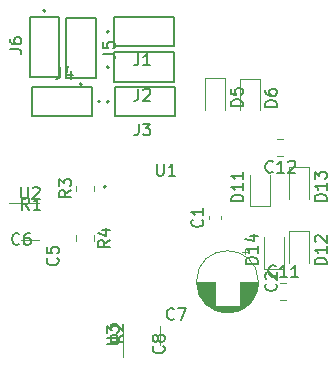
<source format=gbr>
%TF.GenerationSoftware,KiCad,Pcbnew,7.0.7*%
%TF.CreationDate,2024-10-24T16:02:22-07:00*%
%TF.ProjectId,PowerBoard_rev1.1,506f7765-7242-46f6-9172-645f72657631,rev?*%
%TF.SameCoordinates,Original*%
%TF.FileFunction,Legend,Top*%
%TF.FilePolarity,Positive*%
%FSLAX46Y46*%
G04 Gerber Fmt 4.6, Leading zero omitted, Abs format (unit mm)*
G04 Created by KiCad (PCBNEW 7.0.7) date 2024-10-24 16:02:22*
%MOMM*%
%LPD*%
G01*
G04 APERTURE LIST*
%ADD10C,0.150000*%
%ADD11C,0.120000*%
%ADD12C,0.200000*%
G04 APERTURE END LIST*
D10*
X153359980Y-81887866D02*
X153407600Y-81935485D01*
X153407600Y-81935485D02*
X153455219Y-82078342D01*
X153455219Y-82078342D02*
X153455219Y-82173580D01*
X153455219Y-82173580D02*
X153407600Y-82316437D01*
X153407600Y-82316437D02*
X153312361Y-82411675D01*
X153312361Y-82411675D02*
X153217123Y-82459294D01*
X153217123Y-82459294D02*
X153026647Y-82506913D01*
X153026647Y-82506913D02*
X152883790Y-82506913D01*
X152883790Y-82506913D02*
X152693314Y-82459294D01*
X152693314Y-82459294D02*
X152598076Y-82411675D01*
X152598076Y-82411675D02*
X152502838Y-82316437D01*
X152502838Y-82316437D02*
X152455219Y-82173580D01*
X152455219Y-82173580D02*
X152455219Y-82078342D01*
X152455219Y-82078342D02*
X152502838Y-81935485D01*
X152502838Y-81935485D02*
X152550457Y-81887866D01*
X152550457Y-81506913D02*
X152502838Y-81459294D01*
X152502838Y-81459294D02*
X152455219Y-81364056D01*
X152455219Y-81364056D02*
X152455219Y-81125961D01*
X152455219Y-81125961D02*
X152502838Y-81030723D01*
X152502838Y-81030723D02*
X152550457Y-80983104D01*
X152550457Y-80983104D02*
X152645695Y-80935485D01*
X152645695Y-80935485D02*
X152740933Y-80935485D01*
X152740933Y-80935485D02*
X152883790Y-80983104D01*
X152883790Y-80983104D02*
X153455219Y-81554532D01*
X153455219Y-81554532D02*
X153455219Y-80935485D01*
X131775295Y-73712019D02*
X131775295Y-74521542D01*
X131775295Y-74521542D02*
X131822914Y-74616780D01*
X131822914Y-74616780D02*
X131870533Y-74664400D01*
X131870533Y-74664400D02*
X131965771Y-74712019D01*
X131965771Y-74712019D02*
X132156247Y-74712019D01*
X132156247Y-74712019D02*
X132251485Y-74664400D01*
X132251485Y-74664400D02*
X132299104Y-74616780D01*
X132299104Y-74616780D02*
X132346723Y-74521542D01*
X132346723Y-74521542D02*
X132346723Y-73712019D01*
X132775295Y-73807257D02*
X132822914Y-73759638D01*
X132822914Y-73759638D02*
X132918152Y-73712019D01*
X132918152Y-73712019D02*
X133156247Y-73712019D01*
X133156247Y-73712019D02*
X133251485Y-73759638D01*
X133251485Y-73759638D02*
X133299104Y-73807257D01*
X133299104Y-73807257D02*
X133346723Y-73902495D01*
X133346723Y-73902495D02*
X133346723Y-73997733D01*
X133346723Y-73997733D02*
X133299104Y-74140590D01*
X133299104Y-74140590D02*
X132727676Y-74712019D01*
X132727676Y-74712019D02*
X133346723Y-74712019D01*
X141720166Y-62393419D02*
X141720166Y-63107704D01*
X141720166Y-63107704D02*
X141672547Y-63250561D01*
X141672547Y-63250561D02*
X141577309Y-63345800D01*
X141577309Y-63345800D02*
X141434452Y-63393419D01*
X141434452Y-63393419D02*
X141339214Y-63393419D01*
X142720166Y-63393419D02*
X142148738Y-63393419D01*
X142434452Y-63393419D02*
X142434452Y-62393419D01*
X142434452Y-62393419D02*
X142339214Y-62536276D01*
X142339214Y-62536276D02*
X142243976Y-62631514D01*
X142243976Y-62631514D02*
X142148738Y-62679133D01*
X143835580Y-87176466D02*
X143883200Y-87224085D01*
X143883200Y-87224085D02*
X143930819Y-87366942D01*
X143930819Y-87366942D02*
X143930819Y-87462180D01*
X143930819Y-87462180D02*
X143883200Y-87605037D01*
X143883200Y-87605037D02*
X143787961Y-87700275D01*
X143787961Y-87700275D02*
X143692723Y-87747894D01*
X143692723Y-87747894D02*
X143502247Y-87795513D01*
X143502247Y-87795513D02*
X143359390Y-87795513D01*
X143359390Y-87795513D02*
X143168914Y-87747894D01*
X143168914Y-87747894D02*
X143073676Y-87700275D01*
X143073676Y-87700275D02*
X142978438Y-87605037D01*
X142978438Y-87605037D02*
X142930819Y-87462180D01*
X142930819Y-87462180D02*
X142930819Y-87366942D01*
X142930819Y-87366942D02*
X142978438Y-87224085D01*
X142978438Y-87224085D02*
X143026057Y-87176466D01*
X143359390Y-86605037D02*
X143311771Y-86700275D01*
X143311771Y-86700275D02*
X143264152Y-86747894D01*
X143264152Y-86747894D02*
X143168914Y-86795513D01*
X143168914Y-86795513D02*
X143121295Y-86795513D01*
X143121295Y-86795513D02*
X143026057Y-86747894D01*
X143026057Y-86747894D02*
X142978438Y-86700275D01*
X142978438Y-86700275D02*
X142930819Y-86605037D01*
X142930819Y-86605037D02*
X142930819Y-86414561D01*
X142930819Y-86414561D02*
X142978438Y-86319323D01*
X142978438Y-86319323D02*
X143026057Y-86271704D01*
X143026057Y-86271704D02*
X143121295Y-86224085D01*
X143121295Y-86224085D02*
X143168914Y-86224085D01*
X143168914Y-86224085D02*
X143264152Y-86271704D01*
X143264152Y-86271704D02*
X143311771Y-86319323D01*
X143311771Y-86319323D02*
X143359390Y-86414561D01*
X143359390Y-86414561D02*
X143359390Y-86605037D01*
X143359390Y-86605037D02*
X143407009Y-86700275D01*
X143407009Y-86700275D02*
X143454628Y-86747894D01*
X143454628Y-86747894D02*
X143549866Y-86795513D01*
X143549866Y-86795513D02*
X143740342Y-86795513D01*
X143740342Y-86795513D02*
X143835580Y-86747894D01*
X143835580Y-86747894D02*
X143883200Y-86700275D01*
X143883200Y-86700275D02*
X143930819Y-86605037D01*
X143930819Y-86605037D02*
X143930819Y-86414561D01*
X143930819Y-86414561D02*
X143883200Y-86319323D01*
X143883200Y-86319323D02*
X143835580Y-86271704D01*
X143835580Y-86271704D02*
X143740342Y-86224085D01*
X143740342Y-86224085D02*
X143549866Y-86224085D01*
X143549866Y-86224085D02*
X143454628Y-86271704D01*
X143454628Y-86271704D02*
X143407009Y-86319323D01*
X143407009Y-86319323D02*
X143359390Y-86414561D01*
X131644133Y-78506780D02*
X131596514Y-78554400D01*
X131596514Y-78554400D02*
X131453657Y-78602019D01*
X131453657Y-78602019D02*
X131358419Y-78602019D01*
X131358419Y-78602019D02*
X131215562Y-78554400D01*
X131215562Y-78554400D02*
X131120324Y-78459161D01*
X131120324Y-78459161D02*
X131072705Y-78363923D01*
X131072705Y-78363923D02*
X131025086Y-78173447D01*
X131025086Y-78173447D02*
X131025086Y-78030590D01*
X131025086Y-78030590D02*
X131072705Y-77840114D01*
X131072705Y-77840114D02*
X131120324Y-77744876D01*
X131120324Y-77744876D02*
X131215562Y-77649638D01*
X131215562Y-77649638D02*
X131358419Y-77602019D01*
X131358419Y-77602019D02*
X131453657Y-77602019D01*
X131453657Y-77602019D02*
X131596514Y-77649638D01*
X131596514Y-77649638D02*
X131644133Y-77697257D01*
X132501276Y-77602019D02*
X132310800Y-77602019D01*
X132310800Y-77602019D02*
X132215562Y-77649638D01*
X132215562Y-77649638D02*
X132167943Y-77697257D01*
X132167943Y-77697257D02*
X132072705Y-77840114D01*
X132072705Y-77840114D02*
X132025086Y-78030590D01*
X132025086Y-78030590D02*
X132025086Y-78411542D01*
X132025086Y-78411542D02*
X132072705Y-78506780D01*
X132072705Y-78506780D02*
X132120324Y-78554400D01*
X132120324Y-78554400D02*
X132215562Y-78602019D01*
X132215562Y-78602019D02*
X132406038Y-78602019D01*
X132406038Y-78602019D02*
X132501276Y-78554400D01*
X132501276Y-78554400D02*
X132548895Y-78506780D01*
X132548895Y-78506780D02*
X132596514Y-78411542D01*
X132596514Y-78411542D02*
X132596514Y-78173447D01*
X132596514Y-78173447D02*
X132548895Y-78078209D01*
X132548895Y-78078209D02*
X132501276Y-78030590D01*
X132501276Y-78030590D02*
X132406038Y-77982971D01*
X132406038Y-77982971D02*
X132215562Y-77982971D01*
X132215562Y-77982971D02*
X132120324Y-78030590D01*
X132120324Y-78030590D02*
X132072705Y-78078209D01*
X132072705Y-78078209D02*
X132025086Y-78173447D01*
X139315619Y-78195466D02*
X138839428Y-78528799D01*
X139315619Y-78766894D02*
X138315619Y-78766894D01*
X138315619Y-78766894D02*
X138315619Y-78385942D01*
X138315619Y-78385942D02*
X138363238Y-78290704D01*
X138363238Y-78290704D02*
X138410857Y-78243085D01*
X138410857Y-78243085D02*
X138506095Y-78195466D01*
X138506095Y-78195466D02*
X138648952Y-78195466D01*
X138648952Y-78195466D02*
X138744190Y-78243085D01*
X138744190Y-78243085D02*
X138791809Y-78290704D01*
X138791809Y-78290704D02*
X138839428Y-78385942D01*
X138839428Y-78385942D02*
X138839428Y-78766894D01*
X138648952Y-77338323D02*
X139315619Y-77338323D01*
X138268000Y-77576418D02*
X138982285Y-77814513D01*
X138982285Y-77814513D02*
X138982285Y-77195466D01*
X136015619Y-73980966D02*
X135539428Y-74314299D01*
X136015619Y-74552394D02*
X135015619Y-74552394D01*
X135015619Y-74552394D02*
X135015619Y-74171442D01*
X135015619Y-74171442D02*
X135063238Y-74076204D01*
X135063238Y-74076204D02*
X135110857Y-74028585D01*
X135110857Y-74028585D02*
X135206095Y-73980966D01*
X135206095Y-73980966D02*
X135348952Y-73980966D01*
X135348952Y-73980966D02*
X135444190Y-74028585D01*
X135444190Y-74028585D02*
X135491809Y-74076204D01*
X135491809Y-74076204D02*
X135539428Y-74171442D01*
X135539428Y-74171442D02*
X135539428Y-74552394D01*
X135015619Y-73647632D02*
X135015619Y-73028585D01*
X135015619Y-73028585D02*
X135396571Y-73361918D01*
X135396571Y-73361918D02*
X135396571Y-73219061D01*
X135396571Y-73219061D02*
X135444190Y-73123823D01*
X135444190Y-73123823D02*
X135491809Y-73076204D01*
X135491809Y-73076204D02*
X135587047Y-73028585D01*
X135587047Y-73028585D02*
X135825142Y-73028585D01*
X135825142Y-73028585D02*
X135920380Y-73076204D01*
X135920380Y-73076204D02*
X135968000Y-73123823D01*
X135968000Y-73123823D02*
X136015619Y-73219061D01*
X136015619Y-73219061D02*
X136015619Y-73504775D01*
X136015619Y-73504775D02*
X135968000Y-73600013D01*
X135968000Y-73600013D02*
X135920380Y-73647632D01*
X130815519Y-62037233D02*
X131529804Y-62037233D01*
X131529804Y-62037233D02*
X131672661Y-62084852D01*
X131672661Y-62084852D02*
X131767900Y-62180090D01*
X131767900Y-62180090D02*
X131815519Y-62322947D01*
X131815519Y-62322947D02*
X131815519Y-62418185D01*
X130815519Y-61132471D02*
X130815519Y-61322947D01*
X130815519Y-61322947D02*
X130863138Y-61418185D01*
X130863138Y-61418185D02*
X130910757Y-61465804D01*
X130910757Y-61465804D02*
X131053614Y-61561042D01*
X131053614Y-61561042D02*
X131244090Y-61608661D01*
X131244090Y-61608661D02*
X131625042Y-61608661D01*
X131625042Y-61608661D02*
X131720280Y-61561042D01*
X131720280Y-61561042D02*
X131767900Y-61513423D01*
X131767900Y-61513423D02*
X131815519Y-61418185D01*
X131815519Y-61418185D02*
X131815519Y-61227709D01*
X131815519Y-61227709D02*
X131767900Y-61132471D01*
X131767900Y-61132471D02*
X131720280Y-61084852D01*
X131720280Y-61084852D02*
X131625042Y-61037233D01*
X131625042Y-61037233D02*
X131386947Y-61037233D01*
X131386947Y-61037233D02*
X131291709Y-61084852D01*
X131291709Y-61084852D02*
X131244090Y-61132471D01*
X131244090Y-61132471D02*
X131196471Y-61227709D01*
X131196471Y-61227709D02*
X131196471Y-61418185D01*
X131196471Y-61418185D02*
X131244090Y-61513423D01*
X131244090Y-61513423D02*
X131291709Y-61561042D01*
X131291709Y-61561042D02*
X131386947Y-61608661D01*
X153434819Y-66912894D02*
X152434819Y-66912894D01*
X152434819Y-66912894D02*
X152434819Y-66674799D01*
X152434819Y-66674799D02*
X152482438Y-66531942D01*
X152482438Y-66531942D02*
X152577676Y-66436704D01*
X152577676Y-66436704D02*
X152672914Y-66389085D01*
X152672914Y-66389085D02*
X152863390Y-66341466D01*
X152863390Y-66341466D02*
X153006247Y-66341466D01*
X153006247Y-66341466D02*
X153196723Y-66389085D01*
X153196723Y-66389085D02*
X153291961Y-66436704D01*
X153291961Y-66436704D02*
X153387200Y-66531942D01*
X153387200Y-66531942D02*
X153434819Y-66674799D01*
X153434819Y-66674799D02*
X153434819Y-66912894D01*
X152434819Y-65484323D02*
X152434819Y-65674799D01*
X152434819Y-65674799D02*
X152482438Y-65770037D01*
X152482438Y-65770037D02*
X152530057Y-65817656D01*
X152530057Y-65817656D02*
X152672914Y-65912894D01*
X152672914Y-65912894D02*
X152863390Y-65960513D01*
X152863390Y-65960513D02*
X153244342Y-65960513D01*
X153244342Y-65960513D02*
X153339580Y-65912894D01*
X153339580Y-65912894D02*
X153387200Y-65865275D01*
X153387200Y-65865275D02*
X153434819Y-65770037D01*
X153434819Y-65770037D02*
X153434819Y-65579561D01*
X153434819Y-65579561D02*
X153387200Y-65484323D01*
X153387200Y-65484323D02*
X153339580Y-65436704D01*
X153339580Y-65436704D02*
X153244342Y-65389085D01*
X153244342Y-65389085D02*
X153006247Y-65389085D01*
X153006247Y-65389085D02*
X152911009Y-65436704D01*
X152911009Y-65436704D02*
X152863390Y-65484323D01*
X152863390Y-65484323D02*
X152815771Y-65579561D01*
X152815771Y-65579561D02*
X152815771Y-65770037D01*
X152815771Y-65770037D02*
X152863390Y-65865275D01*
X152863390Y-65865275D02*
X152911009Y-65912894D01*
X152911009Y-65912894D02*
X153006247Y-65960513D01*
X132476133Y-75622019D02*
X132142800Y-75145828D01*
X131904705Y-75622019D02*
X131904705Y-74622019D01*
X131904705Y-74622019D02*
X132285657Y-74622019D01*
X132285657Y-74622019D02*
X132380895Y-74669638D01*
X132380895Y-74669638D02*
X132428514Y-74717257D01*
X132428514Y-74717257D02*
X132476133Y-74812495D01*
X132476133Y-74812495D02*
X132476133Y-74955352D01*
X132476133Y-74955352D02*
X132428514Y-75050590D01*
X132428514Y-75050590D02*
X132380895Y-75098209D01*
X132380895Y-75098209D02*
X132285657Y-75145828D01*
X132285657Y-75145828D02*
X131904705Y-75145828D01*
X133428514Y-75622019D02*
X132857086Y-75622019D01*
X133142800Y-75622019D02*
X133142800Y-74622019D01*
X133142800Y-74622019D02*
X133047562Y-74764876D01*
X133047562Y-74764876D02*
X132952324Y-74860114D01*
X132952324Y-74860114D02*
X132857086Y-74907733D01*
X144725533Y-84856780D02*
X144677914Y-84904400D01*
X144677914Y-84904400D02*
X144535057Y-84952019D01*
X144535057Y-84952019D02*
X144439819Y-84952019D01*
X144439819Y-84952019D02*
X144296962Y-84904400D01*
X144296962Y-84904400D02*
X144201724Y-84809161D01*
X144201724Y-84809161D02*
X144154105Y-84713923D01*
X144154105Y-84713923D02*
X144106486Y-84523447D01*
X144106486Y-84523447D02*
X144106486Y-84380590D01*
X144106486Y-84380590D02*
X144154105Y-84190114D01*
X144154105Y-84190114D02*
X144201724Y-84094876D01*
X144201724Y-84094876D02*
X144296962Y-83999638D01*
X144296962Y-83999638D02*
X144439819Y-83952019D01*
X144439819Y-83952019D02*
X144535057Y-83952019D01*
X144535057Y-83952019D02*
X144677914Y-83999638D01*
X144677914Y-83999638D02*
X144725533Y-84047257D01*
X145058867Y-83952019D02*
X145725533Y-83952019D01*
X145725533Y-83952019D02*
X145296962Y-84952019D01*
X143282695Y-71737019D02*
X143282695Y-72546542D01*
X143282695Y-72546542D02*
X143330314Y-72641780D01*
X143330314Y-72641780D02*
X143377933Y-72689400D01*
X143377933Y-72689400D02*
X143473171Y-72737019D01*
X143473171Y-72737019D02*
X143663647Y-72737019D01*
X143663647Y-72737019D02*
X143758885Y-72689400D01*
X143758885Y-72689400D02*
X143806504Y-72641780D01*
X143806504Y-72641780D02*
X143854123Y-72546542D01*
X143854123Y-72546542D02*
X143854123Y-71737019D01*
X144854123Y-72737019D02*
X144282695Y-72737019D01*
X144568409Y-72737019D02*
X144568409Y-71737019D01*
X144568409Y-71737019D02*
X144473171Y-71879876D01*
X144473171Y-71879876D02*
X144377933Y-71975114D01*
X144377933Y-71975114D02*
X144282695Y-72022733D01*
X151817619Y-80208285D02*
X150817619Y-80208285D01*
X150817619Y-80208285D02*
X150817619Y-79970190D01*
X150817619Y-79970190D02*
X150865238Y-79827333D01*
X150865238Y-79827333D02*
X150960476Y-79732095D01*
X150960476Y-79732095D02*
X151055714Y-79684476D01*
X151055714Y-79684476D02*
X151246190Y-79636857D01*
X151246190Y-79636857D02*
X151389047Y-79636857D01*
X151389047Y-79636857D02*
X151579523Y-79684476D01*
X151579523Y-79684476D02*
X151674761Y-79732095D01*
X151674761Y-79732095D02*
X151770000Y-79827333D01*
X151770000Y-79827333D02*
X151817619Y-79970190D01*
X151817619Y-79970190D02*
X151817619Y-80208285D01*
X151817619Y-78684476D02*
X151817619Y-79255904D01*
X151817619Y-78970190D02*
X150817619Y-78970190D01*
X150817619Y-78970190D02*
X150960476Y-79065428D01*
X150960476Y-79065428D02*
X151055714Y-79160666D01*
X151055714Y-79160666D02*
X151103333Y-79255904D01*
X151150952Y-77827333D02*
X151817619Y-77827333D01*
X150770000Y-78065428D02*
X151484285Y-78303523D01*
X151484285Y-78303523D02*
X151484285Y-77684476D01*
X139040819Y-87020304D02*
X139850342Y-87020304D01*
X139850342Y-87020304D02*
X139945580Y-86972685D01*
X139945580Y-86972685D02*
X139993200Y-86925066D01*
X139993200Y-86925066D02*
X140040819Y-86829828D01*
X140040819Y-86829828D02*
X140040819Y-86639352D01*
X140040819Y-86639352D02*
X139993200Y-86544114D01*
X139993200Y-86544114D02*
X139945580Y-86496495D01*
X139945580Y-86496495D02*
X139850342Y-86448876D01*
X139850342Y-86448876D02*
X139040819Y-86448876D01*
X139040819Y-86067923D02*
X139040819Y-85448876D01*
X139040819Y-85448876D02*
X139421771Y-85782209D01*
X139421771Y-85782209D02*
X139421771Y-85639352D01*
X139421771Y-85639352D02*
X139469390Y-85544114D01*
X139469390Y-85544114D02*
X139517009Y-85496495D01*
X139517009Y-85496495D02*
X139612247Y-85448876D01*
X139612247Y-85448876D02*
X139850342Y-85448876D01*
X139850342Y-85448876D02*
X139945580Y-85496495D01*
X139945580Y-85496495D02*
X139993200Y-85544114D01*
X139993200Y-85544114D02*
X140040819Y-85639352D01*
X140040819Y-85639352D02*
X140040819Y-85925066D01*
X140040819Y-85925066D02*
X139993200Y-86020304D01*
X139993200Y-86020304D02*
X139945580Y-86067923D01*
X150539219Y-66862094D02*
X149539219Y-66862094D01*
X149539219Y-66862094D02*
X149539219Y-66623999D01*
X149539219Y-66623999D02*
X149586838Y-66481142D01*
X149586838Y-66481142D02*
X149682076Y-66385904D01*
X149682076Y-66385904D02*
X149777314Y-66338285D01*
X149777314Y-66338285D02*
X149967790Y-66290666D01*
X149967790Y-66290666D02*
X150110647Y-66290666D01*
X150110647Y-66290666D02*
X150301123Y-66338285D01*
X150301123Y-66338285D02*
X150396361Y-66385904D01*
X150396361Y-66385904D02*
X150491600Y-66481142D01*
X150491600Y-66481142D02*
X150539219Y-66623999D01*
X150539219Y-66623999D02*
X150539219Y-66862094D01*
X149539219Y-65385904D02*
X149539219Y-65862094D01*
X149539219Y-65862094D02*
X150015409Y-65909713D01*
X150015409Y-65909713D02*
X149967790Y-65862094D01*
X149967790Y-65862094D02*
X149920171Y-65766856D01*
X149920171Y-65766856D02*
X149920171Y-65528761D01*
X149920171Y-65528761D02*
X149967790Y-65433523D01*
X149967790Y-65433523D02*
X150015409Y-65385904D01*
X150015409Y-65385904D02*
X150110647Y-65338285D01*
X150110647Y-65338285D02*
X150348742Y-65338285D01*
X150348742Y-65338285D02*
X150443980Y-65385904D01*
X150443980Y-65385904D02*
X150491600Y-65433523D01*
X150491600Y-65433523D02*
X150539219Y-65528761D01*
X150539219Y-65528761D02*
X150539219Y-65766856D01*
X150539219Y-65766856D02*
X150491600Y-65862094D01*
X150491600Y-65862094D02*
X150443980Y-65909713D01*
X150598419Y-74925085D02*
X149598419Y-74925085D01*
X149598419Y-74925085D02*
X149598419Y-74686990D01*
X149598419Y-74686990D02*
X149646038Y-74544133D01*
X149646038Y-74544133D02*
X149741276Y-74448895D01*
X149741276Y-74448895D02*
X149836514Y-74401276D01*
X149836514Y-74401276D02*
X150026990Y-74353657D01*
X150026990Y-74353657D02*
X150169847Y-74353657D01*
X150169847Y-74353657D02*
X150360323Y-74401276D01*
X150360323Y-74401276D02*
X150455561Y-74448895D01*
X150455561Y-74448895D02*
X150550800Y-74544133D01*
X150550800Y-74544133D02*
X150598419Y-74686990D01*
X150598419Y-74686990D02*
X150598419Y-74925085D01*
X150598419Y-73401276D02*
X150598419Y-73972704D01*
X150598419Y-73686990D02*
X149598419Y-73686990D01*
X149598419Y-73686990D02*
X149741276Y-73782228D01*
X149741276Y-73782228D02*
X149836514Y-73877466D01*
X149836514Y-73877466D02*
X149884133Y-73972704D01*
X150598419Y-72448895D02*
X150598419Y-73020323D01*
X150598419Y-72734609D02*
X149598419Y-72734609D01*
X149598419Y-72734609D02*
X149741276Y-72829847D01*
X149741276Y-72829847D02*
X149836514Y-72925085D01*
X149836514Y-72925085D02*
X149884133Y-73020323D01*
X135122066Y-63516219D02*
X135122066Y-64230504D01*
X135122066Y-64230504D02*
X135074447Y-64373361D01*
X135074447Y-64373361D02*
X134979209Y-64468600D01*
X134979209Y-64468600D02*
X134836352Y-64516219D01*
X134836352Y-64516219D02*
X134741114Y-64516219D01*
X136026828Y-63849552D02*
X136026828Y-64516219D01*
X135788733Y-63468600D02*
X135550638Y-64182885D01*
X135550638Y-64182885D02*
X136169685Y-64182885D01*
X153093142Y-72397580D02*
X153045523Y-72445200D01*
X153045523Y-72445200D02*
X152902666Y-72492819D01*
X152902666Y-72492819D02*
X152807428Y-72492819D01*
X152807428Y-72492819D02*
X152664571Y-72445200D01*
X152664571Y-72445200D02*
X152569333Y-72349961D01*
X152569333Y-72349961D02*
X152521714Y-72254723D01*
X152521714Y-72254723D02*
X152474095Y-72064247D01*
X152474095Y-72064247D02*
X152474095Y-71921390D01*
X152474095Y-71921390D02*
X152521714Y-71730914D01*
X152521714Y-71730914D02*
X152569333Y-71635676D01*
X152569333Y-71635676D02*
X152664571Y-71540438D01*
X152664571Y-71540438D02*
X152807428Y-71492819D01*
X152807428Y-71492819D02*
X152902666Y-71492819D01*
X152902666Y-71492819D02*
X153045523Y-71540438D01*
X153045523Y-71540438D02*
X153093142Y-71588057D01*
X154045523Y-72492819D02*
X153474095Y-72492819D01*
X153759809Y-72492819D02*
X153759809Y-71492819D01*
X153759809Y-71492819D02*
X153664571Y-71635676D01*
X153664571Y-71635676D02*
X153569333Y-71730914D01*
X153569333Y-71730914D02*
X153474095Y-71778533D01*
X154426476Y-71588057D02*
X154474095Y-71540438D01*
X154474095Y-71540438D02*
X154569333Y-71492819D01*
X154569333Y-71492819D02*
X154807428Y-71492819D01*
X154807428Y-71492819D02*
X154902666Y-71540438D01*
X154902666Y-71540438D02*
X154950285Y-71588057D01*
X154950285Y-71588057D02*
X154997904Y-71683295D01*
X154997904Y-71683295D02*
X154997904Y-71778533D01*
X154997904Y-71778533D02*
X154950285Y-71921390D01*
X154950285Y-71921390D02*
X154378857Y-72492819D01*
X154378857Y-72492819D02*
X154997904Y-72492819D01*
X134861180Y-79708866D02*
X134908800Y-79756485D01*
X134908800Y-79756485D02*
X134956419Y-79899342D01*
X134956419Y-79899342D02*
X134956419Y-79994580D01*
X134956419Y-79994580D02*
X134908800Y-80137437D01*
X134908800Y-80137437D02*
X134813561Y-80232675D01*
X134813561Y-80232675D02*
X134718323Y-80280294D01*
X134718323Y-80280294D02*
X134527847Y-80327913D01*
X134527847Y-80327913D02*
X134384990Y-80327913D01*
X134384990Y-80327913D02*
X134194514Y-80280294D01*
X134194514Y-80280294D02*
X134099276Y-80232675D01*
X134099276Y-80232675D02*
X134004038Y-80137437D01*
X134004038Y-80137437D02*
X133956419Y-79994580D01*
X133956419Y-79994580D02*
X133956419Y-79899342D01*
X133956419Y-79899342D02*
X134004038Y-79756485D01*
X134004038Y-79756485D02*
X134051657Y-79708866D01*
X133956419Y-78804104D02*
X133956419Y-79280294D01*
X133956419Y-79280294D02*
X134432609Y-79327913D01*
X134432609Y-79327913D02*
X134384990Y-79280294D01*
X134384990Y-79280294D02*
X134337371Y-79185056D01*
X134337371Y-79185056D02*
X134337371Y-78946961D01*
X134337371Y-78946961D02*
X134384990Y-78851723D01*
X134384990Y-78851723D02*
X134432609Y-78804104D01*
X134432609Y-78804104D02*
X134527847Y-78756485D01*
X134527847Y-78756485D02*
X134765942Y-78756485D01*
X134765942Y-78756485D02*
X134861180Y-78804104D01*
X134861180Y-78804104D02*
X134908800Y-78851723D01*
X134908800Y-78851723D02*
X134956419Y-78946961D01*
X134956419Y-78946961D02*
X134956419Y-79185056D01*
X134956419Y-79185056D02*
X134908800Y-79280294D01*
X134908800Y-79280294D02*
X134861180Y-79327913D01*
X153347142Y-81229580D02*
X153299523Y-81277200D01*
X153299523Y-81277200D02*
X153156666Y-81324819D01*
X153156666Y-81324819D02*
X153061428Y-81324819D01*
X153061428Y-81324819D02*
X152918571Y-81277200D01*
X152918571Y-81277200D02*
X152823333Y-81181961D01*
X152823333Y-81181961D02*
X152775714Y-81086723D01*
X152775714Y-81086723D02*
X152728095Y-80896247D01*
X152728095Y-80896247D02*
X152728095Y-80753390D01*
X152728095Y-80753390D02*
X152775714Y-80562914D01*
X152775714Y-80562914D02*
X152823333Y-80467676D01*
X152823333Y-80467676D02*
X152918571Y-80372438D01*
X152918571Y-80372438D02*
X153061428Y-80324819D01*
X153061428Y-80324819D02*
X153156666Y-80324819D01*
X153156666Y-80324819D02*
X153299523Y-80372438D01*
X153299523Y-80372438D02*
X153347142Y-80420057D01*
X154299523Y-81324819D02*
X153728095Y-81324819D01*
X154013809Y-81324819D02*
X154013809Y-80324819D01*
X154013809Y-80324819D02*
X153918571Y-80467676D01*
X153918571Y-80467676D02*
X153823333Y-80562914D01*
X153823333Y-80562914D02*
X153728095Y-80610533D01*
X155251904Y-81324819D02*
X154680476Y-81324819D01*
X154966190Y-81324819D02*
X154966190Y-80324819D01*
X154966190Y-80324819D02*
X154870952Y-80467676D01*
X154870952Y-80467676D02*
X154775714Y-80562914D01*
X154775714Y-80562914D02*
X154680476Y-80610533D01*
X157651219Y-80259085D02*
X156651219Y-80259085D01*
X156651219Y-80259085D02*
X156651219Y-80020990D01*
X156651219Y-80020990D02*
X156698838Y-79878133D01*
X156698838Y-79878133D02*
X156794076Y-79782895D01*
X156794076Y-79782895D02*
X156889314Y-79735276D01*
X156889314Y-79735276D02*
X157079790Y-79687657D01*
X157079790Y-79687657D02*
X157222647Y-79687657D01*
X157222647Y-79687657D02*
X157413123Y-79735276D01*
X157413123Y-79735276D02*
X157508361Y-79782895D01*
X157508361Y-79782895D02*
X157603600Y-79878133D01*
X157603600Y-79878133D02*
X157651219Y-80020990D01*
X157651219Y-80020990D02*
X157651219Y-80259085D01*
X157651219Y-78735276D02*
X157651219Y-79306704D01*
X157651219Y-79020990D02*
X156651219Y-79020990D01*
X156651219Y-79020990D02*
X156794076Y-79116228D01*
X156794076Y-79116228D02*
X156889314Y-79211466D01*
X156889314Y-79211466D02*
X156936933Y-79306704D01*
X156746457Y-78354323D02*
X156698838Y-78306704D01*
X156698838Y-78306704D02*
X156651219Y-78211466D01*
X156651219Y-78211466D02*
X156651219Y-77973371D01*
X156651219Y-77973371D02*
X156698838Y-77878133D01*
X156698838Y-77878133D02*
X156746457Y-77830514D01*
X156746457Y-77830514D02*
X156841695Y-77782895D01*
X156841695Y-77782895D02*
X156936933Y-77782895D01*
X156936933Y-77782895D02*
X157079790Y-77830514D01*
X157079790Y-77830514D02*
X157651219Y-78401942D01*
X157651219Y-78401942D02*
X157651219Y-77782895D01*
X157651219Y-74874285D02*
X156651219Y-74874285D01*
X156651219Y-74874285D02*
X156651219Y-74636190D01*
X156651219Y-74636190D02*
X156698838Y-74493333D01*
X156698838Y-74493333D02*
X156794076Y-74398095D01*
X156794076Y-74398095D02*
X156889314Y-74350476D01*
X156889314Y-74350476D02*
X157079790Y-74302857D01*
X157079790Y-74302857D02*
X157222647Y-74302857D01*
X157222647Y-74302857D02*
X157413123Y-74350476D01*
X157413123Y-74350476D02*
X157508361Y-74398095D01*
X157508361Y-74398095D02*
X157603600Y-74493333D01*
X157603600Y-74493333D02*
X157651219Y-74636190D01*
X157651219Y-74636190D02*
X157651219Y-74874285D01*
X157651219Y-73350476D02*
X157651219Y-73921904D01*
X157651219Y-73636190D02*
X156651219Y-73636190D01*
X156651219Y-73636190D02*
X156794076Y-73731428D01*
X156794076Y-73731428D02*
X156889314Y-73826666D01*
X156889314Y-73826666D02*
X156936933Y-73921904D01*
X156651219Y-73017142D02*
X156651219Y-72398095D01*
X156651219Y-72398095D02*
X157032171Y-72731428D01*
X157032171Y-72731428D02*
X157032171Y-72588571D01*
X157032171Y-72588571D02*
X157079790Y-72493333D01*
X157079790Y-72493333D02*
X157127409Y-72445714D01*
X157127409Y-72445714D02*
X157222647Y-72398095D01*
X157222647Y-72398095D02*
X157460742Y-72398095D01*
X157460742Y-72398095D02*
X157555980Y-72445714D01*
X157555980Y-72445714D02*
X157603600Y-72493333D01*
X157603600Y-72493333D02*
X157651219Y-72588571D01*
X157651219Y-72588571D02*
X157651219Y-72874285D01*
X157651219Y-72874285D02*
X157603600Y-72969523D01*
X157603600Y-72969523D02*
X157555980Y-73017142D01*
X147113180Y-76455266D02*
X147160800Y-76502885D01*
X147160800Y-76502885D02*
X147208419Y-76645742D01*
X147208419Y-76645742D02*
X147208419Y-76740980D01*
X147208419Y-76740980D02*
X147160800Y-76883837D01*
X147160800Y-76883837D02*
X147065561Y-76979075D01*
X147065561Y-76979075D02*
X146970323Y-77026694D01*
X146970323Y-77026694D02*
X146779847Y-77074313D01*
X146779847Y-77074313D02*
X146636990Y-77074313D01*
X146636990Y-77074313D02*
X146446514Y-77026694D01*
X146446514Y-77026694D02*
X146351276Y-76979075D01*
X146351276Y-76979075D02*
X146256038Y-76883837D01*
X146256038Y-76883837D02*
X146208419Y-76740980D01*
X146208419Y-76740980D02*
X146208419Y-76645742D01*
X146208419Y-76645742D02*
X146256038Y-76502885D01*
X146256038Y-76502885D02*
X146303657Y-76455266D01*
X147208419Y-75502885D02*
X147208419Y-76074313D01*
X147208419Y-75788599D02*
X146208419Y-75788599D01*
X146208419Y-75788599D02*
X146351276Y-75883837D01*
X146351276Y-75883837D02*
X146446514Y-75979075D01*
X146446514Y-75979075D02*
X146494133Y-76074313D01*
X141720166Y-65390619D02*
X141720166Y-66104904D01*
X141720166Y-66104904D02*
X141672547Y-66247761D01*
X141672547Y-66247761D02*
X141577309Y-66343000D01*
X141577309Y-66343000D02*
X141434452Y-66390619D01*
X141434452Y-66390619D02*
X141339214Y-66390619D01*
X142148738Y-65485857D02*
X142196357Y-65438238D01*
X142196357Y-65438238D02*
X142291595Y-65390619D01*
X142291595Y-65390619D02*
X142529690Y-65390619D01*
X142529690Y-65390619D02*
X142624928Y-65438238D01*
X142624928Y-65438238D02*
X142672547Y-65485857D01*
X142672547Y-65485857D02*
X142720166Y-65581095D01*
X142720166Y-65581095D02*
X142720166Y-65676333D01*
X142720166Y-65676333D02*
X142672547Y-65819190D01*
X142672547Y-65819190D02*
X142101119Y-66390619D01*
X142101119Y-66390619D02*
X142720166Y-66390619D01*
X140392019Y-86221866D02*
X139915828Y-86555199D01*
X140392019Y-86793294D02*
X139392019Y-86793294D01*
X139392019Y-86793294D02*
X139392019Y-86412342D01*
X139392019Y-86412342D02*
X139439638Y-86317104D01*
X139439638Y-86317104D02*
X139487257Y-86269485D01*
X139487257Y-86269485D02*
X139582495Y-86221866D01*
X139582495Y-86221866D02*
X139725352Y-86221866D01*
X139725352Y-86221866D02*
X139820590Y-86269485D01*
X139820590Y-86269485D02*
X139868209Y-86317104D01*
X139868209Y-86317104D02*
X139915828Y-86412342D01*
X139915828Y-86412342D02*
X139915828Y-86793294D01*
X139487257Y-85840913D02*
X139439638Y-85793294D01*
X139439638Y-85793294D02*
X139392019Y-85698056D01*
X139392019Y-85698056D02*
X139392019Y-85459961D01*
X139392019Y-85459961D02*
X139439638Y-85364723D01*
X139439638Y-85364723D02*
X139487257Y-85317104D01*
X139487257Y-85317104D02*
X139582495Y-85269485D01*
X139582495Y-85269485D02*
X139677733Y-85269485D01*
X139677733Y-85269485D02*
X139820590Y-85317104D01*
X139820590Y-85317104D02*
X140392019Y-85888532D01*
X140392019Y-85888532D02*
X140392019Y-85269485D01*
X141727366Y-68326219D02*
X141727366Y-69040504D01*
X141727366Y-69040504D02*
X141679747Y-69183361D01*
X141679747Y-69183361D02*
X141584509Y-69278600D01*
X141584509Y-69278600D02*
X141441652Y-69326219D01*
X141441652Y-69326219D02*
X141346414Y-69326219D01*
X142108319Y-68326219D02*
X142727366Y-68326219D01*
X142727366Y-68326219D02*
X142394033Y-68707171D01*
X142394033Y-68707171D02*
X142536890Y-68707171D01*
X142536890Y-68707171D02*
X142632128Y-68754790D01*
X142632128Y-68754790D02*
X142679747Y-68802409D01*
X142679747Y-68802409D02*
X142727366Y-68897647D01*
X142727366Y-68897647D02*
X142727366Y-69135742D01*
X142727366Y-69135742D02*
X142679747Y-69230980D01*
X142679747Y-69230980D02*
X142632128Y-69278600D01*
X142632128Y-69278600D02*
X142536890Y-69326219D01*
X142536890Y-69326219D02*
X142251176Y-69326219D01*
X142251176Y-69326219D02*
X142155938Y-69278600D01*
X142155938Y-69278600D02*
X142108319Y-69230980D01*
X138695519Y-62402233D02*
X139409804Y-62402233D01*
X139409804Y-62402233D02*
X139552661Y-62449852D01*
X139552661Y-62449852D02*
X139647900Y-62545090D01*
X139647900Y-62545090D02*
X139695519Y-62687947D01*
X139695519Y-62687947D02*
X139695519Y-62783185D01*
X138695519Y-61449852D02*
X138695519Y-61926042D01*
X138695519Y-61926042D02*
X139171709Y-61973661D01*
X139171709Y-61973661D02*
X139124090Y-61926042D01*
X139124090Y-61926042D02*
X139076471Y-61830804D01*
X139076471Y-61830804D02*
X139076471Y-61592709D01*
X139076471Y-61592709D02*
X139124090Y-61497471D01*
X139124090Y-61497471D02*
X139171709Y-61449852D01*
X139171709Y-61449852D02*
X139266947Y-61402233D01*
X139266947Y-61402233D02*
X139505042Y-61402233D01*
X139505042Y-61402233D02*
X139600280Y-61449852D01*
X139600280Y-61449852D02*
X139647900Y-61497471D01*
X139647900Y-61497471D02*
X139695519Y-61592709D01*
X139695519Y-61592709D02*
X139695519Y-61830804D01*
X139695519Y-61830804D02*
X139647900Y-61926042D01*
X139647900Y-61926042D02*
X139600280Y-61973661D01*
D11*
%TO.C,C2*%
X150725400Y-78916425D02*
X150725400Y-79416425D01*
X150975400Y-79166425D02*
X150475400Y-79166425D01*
X151830400Y-81721200D02*
X150290400Y-81721200D01*
X148210400Y-81721200D02*
X146670400Y-81721200D01*
X151830400Y-81761200D02*
X150290400Y-81761200D01*
X148210400Y-81761200D02*
X146670400Y-81761200D01*
X151829400Y-81801200D02*
X150290400Y-81801200D01*
X148210400Y-81801200D02*
X146671400Y-81801200D01*
X151828400Y-81841200D02*
X150290400Y-81841200D01*
X148210400Y-81841200D02*
X146672400Y-81841200D01*
X151826400Y-81881200D02*
X150290400Y-81881200D01*
X148210400Y-81881200D02*
X146674400Y-81881200D01*
X151823400Y-81921200D02*
X150290400Y-81921200D01*
X148210400Y-81921200D02*
X146677400Y-81921200D01*
X151819400Y-81961200D02*
X150290400Y-81961200D01*
X148210400Y-81961200D02*
X146681400Y-81961200D01*
X151815400Y-82001200D02*
X150290400Y-82001200D01*
X148210400Y-82001200D02*
X146685400Y-82001200D01*
X151811400Y-82041200D02*
X150290400Y-82041200D01*
X148210400Y-82041200D02*
X146689400Y-82041200D01*
X151806400Y-82081200D02*
X150290400Y-82081200D01*
X148210400Y-82081200D02*
X146694400Y-82081200D01*
X151800400Y-82121200D02*
X150290400Y-82121200D01*
X148210400Y-82121200D02*
X146700400Y-82121200D01*
X151793400Y-82161200D02*
X150290400Y-82161200D01*
X148210400Y-82161200D02*
X146707400Y-82161200D01*
X151786400Y-82201200D02*
X150290400Y-82201200D01*
X148210400Y-82201200D02*
X146714400Y-82201200D01*
X151778400Y-82241200D02*
X150290400Y-82241200D01*
X148210400Y-82241200D02*
X146722400Y-82241200D01*
X151770400Y-82281200D02*
X150290400Y-82281200D01*
X148210400Y-82281200D02*
X146730400Y-82281200D01*
X151761400Y-82321200D02*
X150290400Y-82321200D01*
X148210400Y-82321200D02*
X146739400Y-82321200D01*
X151751400Y-82361200D02*
X150290400Y-82361200D01*
X148210400Y-82361200D02*
X146749400Y-82361200D01*
X151741400Y-82401200D02*
X150290400Y-82401200D01*
X148210400Y-82401200D02*
X146759400Y-82401200D01*
X151730400Y-82442200D02*
X150290400Y-82442200D01*
X148210400Y-82442200D02*
X146770400Y-82442200D01*
X151718400Y-82482200D02*
X150290400Y-82482200D01*
X148210400Y-82482200D02*
X146782400Y-82482200D01*
X151705400Y-82522200D02*
X150290400Y-82522200D01*
X148210400Y-82522200D02*
X146795400Y-82522200D01*
X151692400Y-82562200D02*
X150290400Y-82562200D01*
X148210400Y-82562200D02*
X146808400Y-82562200D01*
X151678400Y-82602200D02*
X150290400Y-82602200D01*
X148210400Y-82602200D02*
X146822400Y-82602200D01*
X151664400Y-82642200D02*
X150290400Y-82642200D01*
X148210400Y-82642200D02*
X146836400Y-82642200D01*
X151648400Y-82682200D02*
X150290400Y-82682200D01*
X148210400Y-82682200D02*
X146852400Y-82682200D01*
X151632400Y-82722200D02*
X150290400Y-82722200D01*
X148210400Y-82722200D02*
X146868400Y-82722200D01*
X151615400Y-82762200D02*
X150290400Y-82762200D01*
X148210400Y-82762200D02*
X146885400Y-82762200D01*
X151598400Y-82802200D02*
X150290400Y-82802200D01*
X148210400Y-82802200D02*
X146902400Y-82802200D01*
X151579400Y-82842200D02*
X150290400Y-82842200D01*
X148210400Y-82842200D02*
X146921400Y-82842200D01*
X151560400Y-82882200D02*
X150290400Y-82882200D01*
X148210400Y-82882200D02*
X146940400Y-82882200D01*
X151540400Y-82922200D02*
X150290400Y-82922200D01*
X148210400Y-82922200D02*
X146960400Y-82922200D01*
X151518400Y-82962200D02*
X150290400Y-82962200D01*
X148210400Y-82962200D02*
X146982400Y-82962200D01*
X151497400Y-83002200D02*
X150290400Y-83002200D01*
X148210400Y-83002200D02*
X147003400Y-83002200D01*
X151474400Y-83042200D02*
X150290400Y-83042200D01*
X148210400Y-83042200D02*
X147026400Y-83042200D01*
X151450400Y-83082200D02*
X150290400Y-83082200D01*
X148210400Y-83082200D02*
X147050400Y-83082200D01*
X151425400Y-83122200D02*
X150290400Y-83122200D01*
X148210400Y-83122200D02*
X147075400Y-83122200D01*
X151399400Y-83162200D02*
X150290400Y-83162200D01*
X148210400Y-83162200D02*
X147101400Y-83162200D01*
X151372400Y-83202200D02*
X150290400Y-83202200D01*
X148210400Y-83202200D02*
X147128400Y-83202200D01*
X151345400Y-83242200D02*
X150290400Y-83242200D01*
X148210400Y-83242200D02*
X147155400Y-83242200D01*
X151315400Y-83282200D02*
X150290400Y-83282200D01*
X148210400Y-83282200D02*
X147185400Y-83282200D01*
X151285400Y-83322200D02*
X150290400Y-83322200D01*
X148210400Y-83322200D02*
X147215400Y-83322200D01*
X151254400Y-83362200D02*
X150290400Y-83362200D01*
X148210400Y-83362200D02*
X147246400Y-83362200D01*
X151221400Y-83402200D02*
X150290400Y-83402200D01*
X148210400Y-83402200D02*
X147279400Y-83402200D01*
X151187400Y-83442200D02*
X150290400Y-83442200D01*
X148210400Y-83442200D02*
X147313400Y-83442200D01*
X151151400Y-83482200D02*
X150290400Y-83482200D01*
X148210400Y-83482200D02*
X147349400Y-83482200D01*
X151114400Y-83522200D02*
X150290400Y-83522200D01*
X148210400Y-83522200D02*
X147386400Y-83522200D01*
X151076400Y-83562200D02*
X150290400Y-83562200D01*
X148210400Y-83562200D02*
X147424400Y-83562200D01*
X151035400Y-83602200D02*
X150290400Y-83602200D01*
X148210400Y-83602200D02*
X147465400Y-83602200D01*
X150993400Y-83642200D02*
X150290400Y-83642200D01*
X148210400Y-83642200D02*
X147507400Y-83642200D01*
X150949400Y-83682200D02*
X150290400Y-83682200D01*
X148210400Y-83682200D02*
X147551400Y-83682200D01*
X150903400Y-83722200D02*
X150290400Y-83722200D01*
X148210400Y-83722200D02*
X147597400Y-83722200D01*
X150855400Y-83762200D02*
X147645400Y-83762200D01*
X150804400Y-83802200D02*
X147696400Y-83802200D01*
X150750400Y-83842200D02*
X147750400Y-83842200D01*
X150693400Y-83882200D02*
X147807400Y-83882200D01*
X150633400Y-83922200D02*
X147867400Y-83922200D01*
X150569400Y-83962200D02*
X147931400Y-83962200D01*
X150501400Y-84002200D02*
X147999400Y-84002200D01*
X150428400Y-84042200D02*
X148072400Y-84042200D01*
X150348400Y-84082200D02*
X148152400Y-84082200D01*
X150261400Y-84122200D02*
X148239400Y-84122200D01*
X150165400Y-84162200D02*
X148335400Y-84162200D01*
X150055400Y-84202200D02*
X148445400Y-84202200D01*
X149927400Y-84242200D02*
X148573400Y-84242200D01*
X149768400Y-84282200D02*
X148732400Y-84282200D01*
X149534400Y-84322200D02*
X148966400Y-84322200D01*
X151870400Y-81721200D02*
G75*
G03*
X151870400Y-81721200I-2620000J0D01*
G01*
%TO.C,U2*%
X132537200Y-75097200D02*
X130737200Y-75097200D01*
X132537200Y-75097200D02*
X133337200Y-75097200D01*
X132537200Y-78217200D02*
X131737200Y-78217200D01*
X132537200Y-78217200D02*
X133337200Y-78217200D01*
D12*
%TO.C,J1*%
X144768500Y-61793600D02*
X144768500Y-59313600D01*
X144768500Y-59313600D02*
X139688500Y-59313600D01*
X139688500Y-61793600D02*
X144768500Y-61793600D01*
X139688500Y-59313600D02*
X139688500Y-61793600D01*
X139228500Y-60553600D02*
G75*
G03*
X139228500Y-60553600I-100000J0D01*
G01*
D11*
%TO.C,R4*%
X137945800Y-77801736D02*
X137945800Y-78255864D01*
X136475800Y-77801736D02*
X136475800Y-78255864D01*
%TO.C,R3*%
X136475800Y-74041364D02*
X136475800Y-73587236D01*
X137945800Y-74041364D02*
X137945800Y-73587236D01*
D12*
%TO.C,J6*%
X132505700Y-64418900D02*
X134985700Y-64418900D01*
X134985700Y-64418900D02*
X134985700Y-59338900D01*
X132505700Y-59338900D02*
X132505700Y-64418900D01*
X134985700Y-59338900D02*
X132505700Y-59338900D01*
X133845700Y-58778900D02*
G75*
G03*
X133845700Y-58778900I-100000J0D01*
G01*
D11*
%TO.C,D6*%
X151980000Y-64564800D02*
X150280000Y-64564800D01*
X151980000Y-64564800D02*
X151980000Y-67224800D01*
X150280000Y-64564800D02*
X150280000Y-67224800D01*
D12*
%TO.C,U1*%
X138969600Y-73667200D02*
G75*
G03*
X138969600Y-73667200I-100000J0D01*
G01*
D11*
%TO.C,D14*%
X152362800Y-80604000D02*
X154062800Y-80604000D01*
X152362800Y-80604000D02*
X152362800Y-77944000D01*
X154062800Y-80604000D02*
X154062800Y-77944000D01*
%TO.C,U3*%
X140426000Y-86258400D02*
X140426000Y-88058400D01*
X140426000Y-86258400D02*
X140426000Y-85458400D01*
X143546000Y-86258400D02*
X143546000Y-87058400D01*
X143546000Y-86258400D02*
X143546000Y-85458400D01*
%TO.C,D5*%
X149084400Y-64514000D02*
X147384400Y-64514000D01*
X149084400Y-64514000D02*
X149084400Y-67174000D01*
X147384400Y-64514000D02*
X147384400Y-67174000D01*
%TO.C,D11*%
X151143600Y-75320800D02*
X152843600Y-75320800D01*
X151143600Y-75320800D02*
X151143600Y-72660800D01*
X152843600Y-75320800D02*
X152843600Y-72660800D01*
D12*
%TO.C,J4*%
X132740400Y-65206400D02*
X132740400Y-67686400D01*
X132740400Y-67686400D02*
X137820400Y-67686400D01*
X137820400Y-65206400D02*
X132740400Y-65206400D01*
X137820400Y-67686400D02*
X137820400Y-65206400D01*
X138480400Y-66446400D02*
G75*
G03*
X138480400Y-66446400I-100000J0D01*
G01*
D11*
%TO.C,C12*%
X153997252Y-71093000D02*
X153474748Y-71093000D01*
X153997252Y-69623000D02*
X153474748Y-69623000D01*
%TO.C,C11*%
X153728748Y-81815000D02*
X154251252Y-81815000D01*
X153728748Y-83285000D02*
X154251252Y-83285000D01*
%TO.C,D12*%
X156196400Y-77434800D02*
X154496400Y-77434800D01*
X156196400Y-77434800D02*
X156196400Y-80094800D01*
X154496400Y-77434800D02*
X154496400Y-80094800D01*
%TO.C,D13*%
X156196400Y-72050000D02*
X154496400Y-72050000D01*
X156196400Y-72050000D02*
X156196400Y-74710000D01*
X154496400Y-72050000D02*
X154496400Y-74710000D01*
%TO.C,C1*%
X147673600Y-76429180D02*
X147673600Y-76148020D01*
X148693600Y-76429180D02*
X148693600Y-76148020D01*
D12*
%TO.C,J2*%
X144768500Y-64790800D02*
X144768500Y-62310800D01*
X144768500Y-62310800D02*
X139688500Y-62310800D01*
X139688500Y-64790800D02*
X144768500Y-64790800D01*
X139688500Y-62310800D02*
X139688500Y-64790800D01*
X139228500Y-63550800D02*
G75*
G03*
X139228500Y-63550800I-100000J0D01*
G01*
%TO.C,J3*%
X144775700Y-67726400D02*
X144775700Y-65246400D01*
X144775700Y-65246400D02*
X139695700Y-65246400D01*
X139695700Y-67726400D02*
X144775700Y-67726400D01*
X139695700Y-65246400D02*
X139695700Y-67726400D01*
X139235700Y-66486400D02*
G75*
G03*
X139235700Y-66486400I-100000J0D01*
G01*
%TO.C,J5*%
X138095700Y-59353900D02*
X135615700Y-59353900D01*
X135615700Y-59353900D02*
X135615700Y-64433900D01*
X138095700Y-64433900D02*
X138095700Y-59353900D01*
X135615700Y-64433900D02*
X138095700Y-64433900D01*
X136955700Y-64993900D02*
G75*
G03*
X136955700Y-64993900I-100000J0D01*
G01*
%TD*%
M02*

</source>
